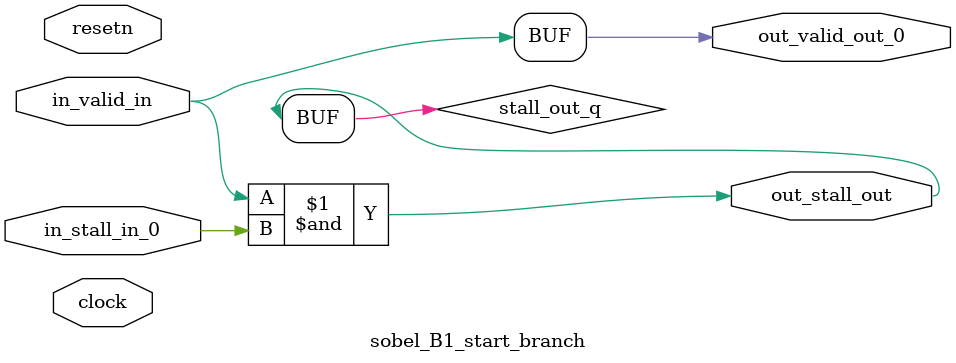
<source format=sv>



(* altera_attribute = "-name AUTO_SHIFT_REGISTER_RECOGNITION OFF; -name MESSAGE_DISABLE 10036; -name MESSAGE_DISABLE 10037; -name MESSAGE_DISABLE 14130; -name MESSAGE_DISABLE 14320; -name MESSAGE_DISABLE 15400; -name MESSAGE_DISABLE 14130; -name MESSAGE_DISABLE 10036; -name MESSAGE_DISABLE 12020; -name MESSAGE_DISABLE 12030; -name MESSAGE_DISABLE 12010; -name MESSAGE_DISABLE 12110; -name MESSAGE_DISABLE 14320; -name MESSAGE_DISABLE 13410; -name MESSAGE_DISABLE 113007; -name MESSAGE_DISABLE 10958" *)
module sobel_B1_start_branch (
    input wire [0:0] in_stall_in_0,
    input wire [0:0] in_valid_in,
    output wire [0:0] out_stall_out,
    output wire [0:0] out_valid_out_0,
    input wire clock,
    input wire resetn
    );

    wire [0:0] stall_out_q;


    // stall_out(LOGICAL,6)
    assign stall_out_q = in_valid_in & in_stall_in_0;

    // out_stall_out(GPOUT,4)
    assign out_stall_out = stall_out_q;

    // out_valid_out_0(GPOUT,5)
    assign out_valid_out_0 = in_valid_in;

endmodule

</source>
